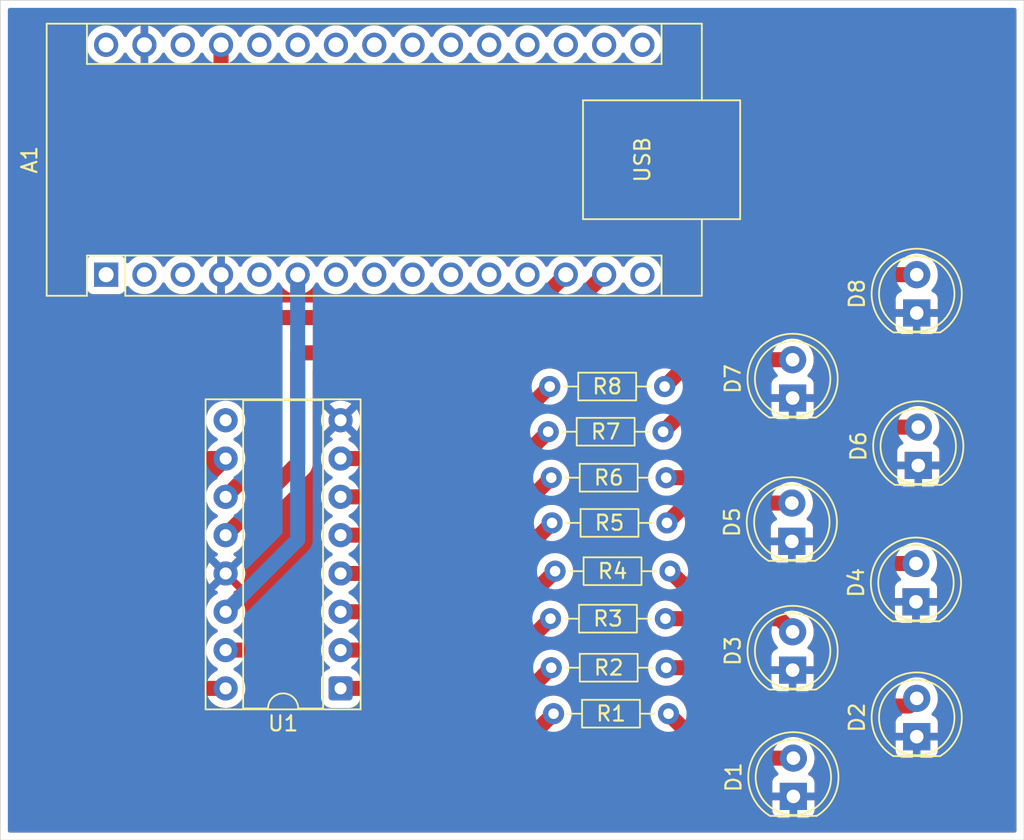
<source format=kicad_pcb>
(kicad_pcb (version 20241229) (generator "pcbnew") (generator_version "9.0")
  (layers (0 "F.Cu" signal) (2 "B.Cu" signal) (13 "F.Paste" user) (15 "B.Paste" user) (5 "F.SilkS" user "F.Silkscreen") (7 "B.SilkS" user "B.Silkscreen") (1 "F.Mask" user) (3 "B.Mask" user) (25 "Edge.Cuts" user))
  (net 0 "")
  (net 10 "GND")
  (net 12 "Net-(A1-D10)")
  (net 24 "Net-(A1-D11)")
  (net 25 "+5V")
  (net 29 "Net-(A1-D3)")
  (net 30 "Net-(D1-A)")
  (net 31 "Net-(D2-A)")
  (net 32 "Net-(D3-A)")
  (net 33 "Net-(D4-A)")
  (net 34 "Net-(D5-A)")
  (net 35 "Net-(D6-A)")
  (net 36 "Net-(D7-A)")
  (net 37 "Net-(D8-A)")
  (net 38 "Net-(U1-QA)")
  (net 39 "Net-(U1-QB)")
  (net 40 "Net-(U1-QC)")
  (net 41 "Net-(U1-QD)")
  (net 42 "Net-(U1-QE)")
  (net 43 "Net-(U1-QF)")
  (net 44 "Net-(U1-QG)")
  (net 45 "Net-(U1-QH)")
  (footprint "LED_THT:LED_D5.0mm" (layer "F.Cu") (at 160.3756 108.453 90)
    (property "Reference" "D5" (at 1.27 -3.96 90) (layer "F.SilkS"))
    (property "Value" "LED")
    (fp_line (start -1.29 -1.545) (end -1.29 1.545) (stroke (width 0.12)) (layer "F.SilkS"))
    (fp_arc (start -1.29 -1.54483) (mid 2.071779 -2.880495) (end 4.26 0) (stroke (width 0.12)) (layer "F.SilkS"))
    (fp_arc (start 4.26 0) (mid 2.071779 2.880495) (end -1.29 1.54483) (stroke (width 0.12)) (layer "F.SilkS"))
    (fp_circle (center 1.27 0) (end 3.77 0) (stroke (width 0.12)) (fill no) (layer "F.SilkS"))
    (pad "1" thru_hole rect (at 0 0 90) (size 1.8 1.8) (drill 0.9) (layers "*.Cu" "*.Mask") (net 10 "GND"))
    (pad "2" thru_hole circle (at 2.54 0 90) (size 1.8 1.8) (drill 0.9) (layers "*.Cu" "*.Mask") (net 34 "Net-(D5-A)"))
  )
  (footprint "Resistor_THT:R_Axial_DIN0204_L3.6mm_D1.6mm_P7.62mm_Horizontal" (layer "F.Cu") (at 144.4244 104.2316)
    (property "Reference" "R6" (at 3.81 0 0) (layer "F.SilkS"))
    (property "Value" "220R" (hide yes))
    (fp_line (start 0.94 0) (end 1.89 0) (stroke (width 0.12)) (layer "F.SilkS"))
    (fp_line (start 6.68 0) (end 5.73 0) (stroke (width 0.12)) (layer "F.SilkS"))
    (fp_rect (start 1.89 -0.92) (end 5.73 0.92) (stroke (width 0.12)) (fill no) (layer "F.SilkS"))
    (pad "1" thru_hole circle (at 0 0) (size 1.4 1.4) (drill 0.7) (layers "*.Cu" "*.Mask") (net 43 "Net-(U1-QF)"))
    (pad "2" thru_hole circle (at 7.62 0) (size 1.4 1.4) (drill 0.7) (layers "*.Cu" "*.Mask") (net 35 "Net-(D6-A)"))
  )
  (footprint "LED_THT:LED_D5.0mm" (layer "F.Cu") (at 160.4264 98.9484 90)
    (property "Reference" "D7" (at 1.27 -3.96 90) (layer "F.SilkS"))
    (property "Value" "LED")
    (fp_line (start -1.29 -1.545) (end -1.29 1.545) (stroke (width 0.12)) (layer "F.SilkS"))
    (fp_arc (start -1.29 -1.54483) (mid 2.071779 -2.880495) (end 4.26 0) (stroke (width 0.12)) (layer "F.SilkS"))
    (fp_arc (start 4.26 0) (mid 2.071779 2.880495) (end -1.29 1.54483) (stroke (width 0.12)) (layer "F.SilkS"))
    (fp_circle (center 1.27 0) (end 3.77 0) (stroke (width 0.12)) (fill no) (layer "F.SilkS"))
    (pad "1" thru_hole rect (at 0 0 90) (size 1.8 1.8) (drill 0.9) (layers "*.Cu" "*.Mask") (net 10 "GND"))
    (pad "2" thru_hole circle (at 2.54 0 90) (size 1.8 1.8) (drill 0.9) (layers "*.Cu" "*.Mask") (net 36 "Net-(D7-A)"))
  )
  (footprint "LED_THT:LED_D5.0mm" (layer "F.Cu") (at 160.4264 116.9874 90)
    (property "Reference" "D3" (at 1.27 -3.96 90) (layer "F.SilkS"))
    (property "Value" "LED")
    (fp_line (start -1.29 -1.545) (end -1.29 1.545) (stroke (width 0.12)) (layer "F.SilkS"))
    (fp_arc (start -1.29 -1.54483) (mid 2.071779 -2.880495) (end 4.26 0) (stroke (width 0.12)) (layer "F.SilkS"))
    (fp_arc (start 4.26 0) (mid 2.071779 2.880495) (end -1.29 1.54483) (stroke (width 0.12)) (layer "F.SilkS"))
    (fp_circle (center 1.27 0) (end 3.77 0) (stroke (width 0.12)) (fill no) (layer "F.SilkS"))
    (pad "1" thru_hole rect (at 0 0 90) (size 1.8 1.8) (drill 0.9) (layers "*.Cu" "*.Mask") (net 10 "GND"))
    (pad "2" thru_hole circle (at 2.54 0 90) (size 1.8 1.8) (drill 0.9) (layers "*.Cu" "*.Mask") (net 32 "Net-(D3-A)"))
  )
  (footprint "LED_THT:LED_D5.0mm" (layer "F.Cu") (at 160.4772 125.3644 90)
    (property "Reference" "D1" (at 1.27 -3.96 90) (layer "F.SilkS"))
    (property "Value" "LED")
    (fp_line (start -1.29 -1.545) (end -1.29 1.545) (stroke (width 0.12)) (layer "F.SilkS"))
    (fp_arc (start -1.29 -1.54483) (mid 2.071779 -2.880495) (end 4.26 0) (stroke (width 0.12)) (layer "F.SilkS"))
    (fp_arc (start 4.26 0) (mid 2.071779 2.880495) (end -1.29 1.54483) (stroke (width 0.12)) (layer "F.SilkS"))
    (fp_circle (center 1.27 0) (end 3.77 0) (stroke (width 0.12)) (fill no) (layer "F.SilkS"))
    (pad "1" thru_hole rect (at 0 0 90) (size 1.8 1.8) (drill 0.9) (layers "*.Cu" "*.Mask") (net 10 "GND"))
    (pad "2" thru_hole circle (at 2.54 0 90) (size 1.8 1.8) (drill 0.9) (layers "*.Cu" "*.Mask") (net 30 "Net-(D1-A)"))
  )
  (footprint "LED_THT:LED_D5.0mm" (layer "F.Cu") (at 168.6052 112.4612 90)
    (property "Reference" "D4" (at 1.27 -3.96 90) (layer "F.SilkS"))
    (property "Value" "LED")
    (fp_line (start -1.29 -1.545) (end -1.29 1.545) (stroke (width 0.12)) (layer "F.SilkS"))
    (fp_arc (start -1.29 -1.54483) (mid 2.071779 -2.880495) (end 4.26 0) (stroke (width 0.12)) (layer "F.SilkS"))
    (fp_arc (start 4.26 0) (mid 2.071779 2.880495) (end -1.29 1.54483) (stroke (width 0.12)) (layer "F.SilkS"))
    (fp_circle (center 1.27 0) (end 3.77 0) (stroke (width 0.12)) (fill no) (layer "F.SilkS"))
    (pad "1" thru_hole rect (at 0 0 90) (size 1.8 1.8) (drill 0.9) (layers "*.Cu" "*.Mask") (net 10 "GND"))
    (pad "2" thru_hole circle (at 2.54 0 90) (size 1.8 1.8) (drill 0.9) (layers "*.Cu" "*.Mask") (net 33 "Net-(D4-A)"))
  )
  (footprint "Resistor_THT:R_Axial_DIN0204_L3.6mm_D1.6mm_P7.62mm_Horizontal" (layer "F.Cu") (at 144.3228 98.1864)
    (property "Reference" "R8" (at 3.81 0 0) (layer "F.SilkS"))
    (property "Value" "220R" (hide yes))
    (fp_line (start 0.94 0) (end 1.89 0) (stroke (width 0.12)) (layer "F.SilkS"))
    (fp_line (start 6.68 0) (end 5.73 0) (stroke (width 0.12)) (layer "F.SilkS"))
    (fp_rect (start 1.89 -0.92) (end 5.73 0.92) (stroke (width 0.12)) (fill no) (layer "F.SilkS"))
    (pad "1" thru_hole circle (at 0 0) (size 1.4 1.4) (drill 0.7) (layers "*.Cu" "*.Mask") (net 45 "Net-(U1-QH)"))
    (pad "2" thru_hole circle (at 7.62 0) (size 1.4 1.4) (drill 0.7) (layers "*.Cu" "*.Mask") (net 37 "Net-(D8-A)"))
  )
  (footprint "Module:Arduino_Nano" (layer "F.Cu") (at 114.9096 90.7696 90)
    (property "Reference" "A1" (at 7.62 -5.08 90) (layer "F.SilkS"))
    (property "Value" "Arduino_Nano_v3.x")
    (fp_line (start 16.64 -3.94) (end -1.4 -3.94) (stroke (width 0.12)) (layer "F.SilkS"))
    (fp_line (start -1.4 -3.94) (end -1.4 -1.27) (stroke (width 0.12)) (layer "F.SilkS"))
    (fp_line (start 13.97 -1.27) (end 16.64 -1.27) (stroke (width 0.12)) (layer "F.SilkS"))
    (fp_line (start 13.97 -1.27) (end 13.97 36.83) (stroke (width 0.12)) (layer "F.SilkS"))
    (fp_line (start 1.27 -1.27) (end -1.4 -1.27) (stroke (width 0.12)) (layer "F.SilkS"))
    (fp_line (start 1.27 1.27) (end 1.27 -1.27) (stroke (width 0.12)) (layer "F.SilkS"))
    (fp_line (start 1.27 1.27) (end -1.4 1.27) (stroke (width 0.12)) (layer "F.SilkS"))
    (fp_line (start 1.27 1.27) (end 1.27 36.83) (stroke (width 0.12)) (layer "F.SilkS"))
    (fp_line (start -1.4 1.27) (end -1.4 39.5) (stroke (width 0.12)) (layer "F.SilkS"))
    (fp_line (start 11.56 31.62) (end 11.56 42.04) (stroke (width 0.12)) (layer "F.SilkS"))
    (fp_line (start 3.68 31.62) (end 11.56 31.62) (stroke (width 0.12)) (layer "F.SilkS"))
    (fp_line (start 13.97 36.83) (end 16.64 36.83) (stroke (width 0.12)) (layer "F.SilkS"))
    (fp_line (start 1.27 36.83) (end -1.4 36.83) (stroke (width 0.12)) (layer "F.SilkS"))
    (fp_line (start 16.64 39.5) (end 16.64 -3.94) (stroke (width 0.12)) (layer "F.SilkS"))
    (fp_line (start 16.64 39.5) (end 11.56 39.5) (stroke (width 0.12)) (layer "F.SilkS"))
    (fp_line (start -1.4 39.5) (end 3.68 39.5) (stroke (width 0.12)) (layer "F.SilkS"))
    (fp_line (start 11.56 42.04) (end 3.68 42.04) (stroke (width 0.12)) (layer "F.SilkS"))
    (fp_line (start 3.68 42.04) (end 3.68 31.62) (stroke (width 0.12)) (layer "F.SilkS"))
    (fp_text user "USB" (at 7.62 35.56 90) (layer "F.SilkS"))
    (pad "1" thru_hole rect (at 0 0 90) (size 1.6 1.6) (drill 1) (layers "*.Cu" "*.Mask"))
    (pad "2" thru_hole oval (at 0 2.54 90) (size 1.6 1.6) (drill 1) (layers "*.Cu" "*.Mask"))
    (pad "3" thru_hole oval (at 0 5.08 90) (size 1.6 1.6) (drill 1) (layers "*.Cu" "*.Mask"))
    (pad "4" thru_hole oval (at 0 7.62 90) (size 1.6 1.6) (drill 1) (layers "*.Cu" "*.Mask") (net 10 "GND"))
    (pad "5" thru_hole oval (at 0 10.16 90) (size 1.6 1.6) (drill 1) (layers "*.Cu" "*.Mask"))
    (pad "6" thru_hole oval (at 0 12.7 90) (size 1.6 1.6) (drill 1) (layers "*.Cu" "*.Mask") (net 29 "Net-(A1-D3)"))
    (pad "7" thru_hole oval (at 0 15.24 90) (size 1.6 1.6) (drill 1) (layers "*.Cu" "*.Mask"))
    (pad "8" thru_hole oval (at 0 17.78 90) (size 1.6 1.6) (drill 1) (layers "*.Cu" "*.Mask"))
    (pad "9" thru_hole oval (at 0 20.32 90) (size 1.6 1.6) (drill 1) (layers "*.Cu" "*.Mask"))
    (pad "10" thru_hole oval (at 0 22.86 90) (size 1.6 1.6) (drill 1) (layers "*.Cu" "*.Mask"))
    (pad "11" thru_hole oval (at 0 25.4 90) (size 1.6 1.6) (drill 1) (layers "*.Cu" "*.Mask"))
    (pad "12" thru_hole oval (at 0 27.94 90) (size 1.6 1.6) (drill 1) (layers "*.Cu" "*.Mask"))
    (pad "13" thru_hole oval (at 0 30.48 90) (size 1.6 1.6) (drill 1) (layers "*.Cu" "*.Mask") (net 12 "Net-(A1-D10)"))
    (pad "14" thru_hole oval (at 0 33.02 90) (size 1.6 1.6) (drill 1) (layers "*.Cu" "*.Mask") (net 24 "Net-(A1-D11)"))
    (pad "15" thru_hole oval (at 0 35.56 90) (size 1.6 1.6) (drill 1) (layers "*.Cu" "*.Mask"))
    (pad "16" thru_hole oval (at 15.24 35.56 90) (size 1.6 1.6) (drill 1) (layers "*.Cu" "*.Mask"))
    (pad "17" thru_hole oval (at 15.24 33.02 90) (size 1.6 1.6) (drill 1) (layers "*.Cu" "*.Mask"))
    (pad "18" thru_hole oval (at 15.24 30.48 90) (size 1.6 1.6) (drill 1) (layers "*.Cu" "*.Mask"))
    (pad "19" thru_hole oval (at 15.24 27.94 90) (size 1.6 1.6) (drill 1) (layers "*.Cu" "*.Mask"))
    (pad "20" thru_hole oval (at 15.24 25.4 90) (size 1.6 1.6) (drill 1) (layers "*.Cu" "*.Mask"))
    (pad "21" thru_hole oval (at 15.24 22.86 90) (size 1.6 1.6) (drill 1) (layers "*.Cu" "*.Mask"))
    (pad "22" thru_hole oval (at 15.24 20.32 90) (size 1.6 1.6) (drill 1) (layers "*.Cu" "*.Mask"))
    (pad "23" thru_hole oval (at 15.24 17.78 90) (size 1.6 1.6) (drill 1) (layers "*.Cu" "*.Mask"))
    (pad "24" thru_hole oval (at 15.24 15.24 90) (size 1.6 1.6) (drill 1) (layers "*.Cu" "*.Mask"))
    (pad "25" thru_hole oval (at 15.24 12.7 90) (size 1.6 1.6) (drill 1) (layers "*.Cu" "*.Mask"))
    (pad "26" thru_hole oval (at 15.24 10.16 90) (size 1.6 1.6) (drill 1) (layers "*.Cu" "*.Mask"))
    (pad "27" thru_hole oval (at 15.24 7.62 90) (size 1.6 1.6) (drill 1) (layers "*.Cu" "*.Mask") (net 25 "+5V"))
    (pad "28" thru_hole oval (at 15.24 5.08 90) (size 1.6 1.6) (drill 1) (layers "*.Cu" "*.Mask"))
    (pad "29" thru_hole oval (at 15.24 2.54 90) (size 1.6 1.6) (drill 1) (layers "*.Cu" "*.Mask") (net 10 "GND"))
    (pad "30" thru_hole oval (at 15.24 0 90) (size 1.6 1.6) (drill 1) (layers "*.Cu" "*.Mask"))
  )
  (footprint "LED_THT:LED_D5.0mm" (layer "F.Cu") (at 168.656 121.402 90)
    (property "Reference" "D2" (at 1.27 -3.96 90) (layer "F.SilkS"))
    (property "Value" "LED")
    (fp_line (start -1.29 -1.545) (end -1.29 1.545) (stroke (width 0.12)) (layer "F.SilkS"))
    (fp_arc (start -1.29 -1.54483) (mid 2.071779 -2.880495) (end 4.26 0) (stroke (width 0.12)) (layer "F.SilkS"))
    (fp_arc (start 4.26 0) (mid 2.071779 2.880495) (end -1.29 1.54483) (stroke (width 0.12)) (layer "F.SilkS"))
    (fp_circle (center 1.27 0) (end 3.77 0) (stroke (width 0.12)) (fill no) (layer "F.SilkS"))
    (pad "1" thru_hole rect (at 0 0 90) (size 1.8 1.8) (drill 0.9) (layers "*.Cu" "*.Mask") (net 10 "GND"))
    (pad "2" thru_hole circle (at 2.54 0 90) (size 1.8 1.8) (drill 0.9) (layers "*.Cu" "*.Mask") (net 31 "Net-(D2-A)"))
  )
  (footprint "Resistor_THT:R_Axial_DIN0204_L3.6mm_D1.6mm_P7.62mm_Horizontal" (layer "F.Cu") (at 144.4244 116.83)
    (property "Reference" "R2" (at 3.81 0 0) (layer "F.SilkS"))
    (property "Value" "220R" (hide yes))
    (fp_line (start 0.94 0) (end 1.89 0) (stroke (width 0.12)) (layer "F.SilkS"))
    (fp_line (start 6.68 0) (end 5.73 0) (stroke (width 0.12)) (layer "F.SilkS"))
    (fp_rect (start 1.89 -0.92) (end 5.73 0.92) (stroke (width 0.12)) (fill no) (layer "F.SilkS"))
    (pad "1" thru_hole circle (at 0 0) (size 1.4 1.4) (drill 0.7) (layers "*.Cu" "*.Mask") (net 39 "Net-(U1-QB)"))
    (pad "2" thru_hole circle (at 7.62 0) (size 1.4 1.4) (drill 0.7) (layers "*.Cu" "*.Mask") (net 31 "Net-(D2-A)"))
  )
  (footprint "Resistor_THT:R_Axial_DIN0204_L3.6mm_D1.6mm_P7.62mm_Horizontal" (layer "F.Cu") (at 144.3736 113.5788)
    (property "Reference" "R3" (at 3.81 0 0) (layer "F.SilkS"))
    (property "Value" "220R" (hide yes))
    (fp_line (start 0.94 0) (end 1.89 0) (stroke (width 0.12)) (layer "F.SilkS"))
    (fp_line (start 6.68 0) (end 5.73 0) (stroke (width 0.12)) (layer "F.SilkS"))
    (fp_rect (start 1.89 -0.92) (end 5.73 0.92) (stroke (width 0.12)) (fill no) (layer "F.SilkS"))
    (pad "1" thru_hole circle (at 0 0) (size 1.4 1.4) (drill 0.7) (layers "*.Cu" "*.Mask") (net 40 "Net-(U1-QC)"))
    (pad "2" thru_hole circle (at 7.62 0) (size 1.4 1.4) (drill 0.7) (layers "*.Cu" "*.Mask") (net 32 "Net-(D3-A)"))
  )
  (footprint "Resistor_THT:R_Axial_DIN0204_L3.6mm_D1.6mm_P7.62mm_Horizontal" (layer "F.Cu") (at 144.4752 107.2288)
    (property "Reference" "R5" (at 3.81 0 0) (layer "F.SilkS"))
    (property "Value" "220R" (hide yes))
    (fp_line (start 0.94 0) (end 1.89 0) (stroke (width 0.12)) (layer "F.SilkS"))
    (fp_line (start 6.68 0) (end 5.73 0) (stroke (width 0.12)) (layer "F.SilkS"))
    (fp_rect (start 1.89 -0.92) (end 5.73 0.92) (stroke (width 0.12)) (fill no) (layer "F.SilkS"))
    (pad "1" thru_hole circle (at 0 0) (size 1.4 1.4) (drill 0.7) (layers "*.Cu" "*.Mask") (net 42 "Net-(U1-QE)"))
    (pad "2" thru_hole circle (at 7.62 0) (size 1.4 1.4) (drill 0.7) (layers "*.Cu" "*.Mask") (net 34 "Net-(D5-A)"))
  )
  (footprint "Resistor_THT:R_Axial_DIN0204_L3.6mm_D1.6mm_P7.62mm_Horizontal" (layer "F.Cu") (at 144.2212 101.1836)
    (property "Reference" "R7" (at 3.81 0 0) (layer "F.SilkS"))
    (property "Value" "220R" (hide yes))
    (fp_line (start 0.94 0) (end 1.89 0) (stroke (width 0.12)) (layer "F.SilkS"))
    (fp_line (start 6.68 0) (end 5.73 0) (stroke (width 0.12)) (layer "F.SilkS"))
    (fp_rect (start 1.89 -0.92) (end 5.73 0.92) (stroke (width 0.12)) (fill no) (layer "F.SilkS"))
    (pad "1" thru_hole circle (at 0 0) (size 1.4 1.4) (drill 0.7) (layers "*.Cu" "*.Mask") (net 44 "Net-(U1-QG)"))
    (pad "2" thru_hole circle (at 7.62 0) (size 1.4 1.4) (drill 0.7) (layers "*.Cu" "*.Mask") (net 36 "Net-(D7-A)"))
  )
  (footprint "LED_THT:LED_D5.0mm" (layer "F.Cu") (at 168.7576 103.4188 90)
    (property "Reference" "D6" (at 1.27 -3.96 90) (layer "F.SilkS"))
    (property "Value" "LED")
    (fp_line (start -1.29 -1.545) (end -1.29 1.545) (stroke (width 0.12)) (layer "F.SilkS"))
    (fp_arc (start -1.29 -1.54483) (mid 2.071779 -2.880495) (end 4.26 0) (stroke (width 0.12)) (layer "F.SilkS"))
    (fp_arc (start 4.26 0) (mid 2.071779 2.880495) (end -1.29 1.54483) (stroke (width 0.12)) (layer "F.SilkS"))
    (fp_circle (center 1.27 0) (end 3.77 0) (stroke (width 0.12)) (fill no) (layer "F.SilkS"))
    (pad "1" thru_hole rect (at 0 0 90) (size 1.8 1.8) (drill 0.9) (layers "*.Cu" "*.Mask") (net 10 "GND"))
    (pad "2" thru_hole circle (at 2.54 0 90) (size 1.8 1.8) (drill 0.9) (layers "*.Cu" "*.Mask") (net 35 "Net-(D6-A)"))
  )
  (footprint "LED_THT:LED_D5.0mm" (layer "F.Cu") (at 168.656 93.3096 90)
    (property "Reference" "D8" (at 1.27 -3.96 90) (layer "F.SilkS"))
    (property "Value" "LED")
    (fp_line (start -1.29 -1.545) (end -1.29 1.545) (stroke (width 0.12)) (layer "F.SilkS"))
    (fp_arc (start -1.29 -1.54483) (mid 2.071779 -2.880495) (end 4.26 0) (stroke (width 0.12)) (layer "F.SilkS"))
    (fp_arc (start 4.26 0) (mid 2.071779 2.880495) (end -1.29 1.54483) (stroke (width 0.12)) (layer "F.SilkS"))
    (fp_circle (center 1.27 0) (end 3.77 0) (stroke (width 0.12)) (fill no) (layer "F.SilkS"))
    (pad "1" thru_hole rect (at 0 0 90) (size 1.8 1.8) (drill 0.9) (layers "*.Cu" "*.Mask") (net 10 "GND"))
    (pad "2" thru_hole circle (at 2.54 0 90) (size 1.8 1.8) (drill 0.9) (layers "*.Cu" "*.Mask") (net 37 "Net-(D8-A)"))
  )
  (footprint "Package_DIP:DIP-16_W7.62mm_Socket" (layer "F.Cu") (at 130.4544 118.2016 180)
    (property "Reference" "U1" (at 3.81 -2.33 0) (layer "F.SilkS"))
    (property "Value" "74HC595")
    (fp_line (start 6.46 19.11) (end 6.46 -1.33) (stroke (width 0.12)) (layer "F.SilkS"))
    (fp_line (start 6.46 -1.33) (end 4.81 -1.33) (stroke (width 0.12)) (layer "F.SilkS"))
    (fp_line (start 2.81 -1.33) (end 1.16 -1.33) (stroke (width 0.12)) (layer "F.SilkS"))
    (fp_line (start 1.16 19.11) (end 6.46 19.11) (stroke (width 0.12)) (layer "F.SilkS"))
    (fp_line (start 1.16 -1.33) (end 1.16 19.11) (stroke (width 0.12)) (layer "F.SilkS"))
    (fp_rect (start -1.33 -1.39) (end 8.95 19.17) (stroke (width 0.12)) (fill no) (layer "F.SilkS"))
    (fp_arc (start 4.81 -1.33) (mid 3.81 -0.33) (end 2.81 -1.33) (stroke (width 0.12)) (layer "F.SilkS"))
    (pad "1" thru_hole roundrect (at 0 0 180) (size 1.6 1.6) (drill 0.8) (layers "*.Cu" "*.Mask") (roundrect_rratio 0.15625) (net 39 "Net-(U1-QB)"))
    (pad "2" thru_hole circle (at 0 2.54 180) (size 1.6 1.6) (drill 0.8) (layers "*.Cu" "*.Mask") (net 40 "Net-(U1-QC)"))
    (pad "3" thru_hole circle (at 0 5.08 180) (size 1.6 1.6) (drill 0.8) (layers "*.Cu" "*.Mask") (net 41 "Net-(U1-QD)"))
    (pad "4" thru_hole circle (at 0 7.62 180) (size 1.6 1.6) (drill 0.8) (layers "*.Cu" "*.Mask") (net 42 "Net-(U1-QE)"))
    (pad "5" thru_hole circle (at 0 10.16 180) (size 1.6 1.6) (drill 0.8) (layers "*.Cu" "*.Mask") (net 43 "Net-(U1-QF)"))
    (pad "6" thru_hole circle (at 0 12.7 180) (size 1.6 1.6) (drill 0.8) (layers "*.Cu" "*.Mask") (net 44 "Net-(U1-QG)"))
    (pad "7" thru_hole circle (at 0 15.24 180) (size 1.6 1.6) (drill 0.8) (layers "*.Cu" "*.Mask") (net 45 "Net-(U1-QH)"))
    (pad "8" thru_hole circle (at 0 17.78 180) (size 1.6 1.6) (drill 0.8) (layers "*.Cu" "*.Mask") (net 10 "GND"))
    (pad "9" thru_hole circle (at 7.62 17.78 180) (size 1.6 1.6) (drill 0.8) (layers "*.Cu" "*.Mask"))
    (pad "10" thru_hole circle (at 7.62 15.24 180) (size 1.6 1.6) (drill 0.8) (layers "*.Cu" "*.Mask") (net 25 "+5V"))
    (pad "11" thru_hole circle (at 7.62 12.7 180) (size 1.6 1.6) (drill 0.8) (layers "*.Cu" "*.Mask") (net 12 "Net-(A1-D10)"))
    (pad "12" thru_hole circle (at 7.62 10.16 180) (size 1.6 1.6) (drill 0.8) (layers "*.Cu" "*.Mask") (net 24 "Net-(A1-D11)"))
    (pad "13" thru_hole circle (at 7.62 7.62 180) (size 1.6 1.6) (drill 0.8) (layers "*.Cu" "*.Mask") (net 10 "GND"))
    (pad "14" thru_hole circle (at 7.62 5.08 180) (size 1.6 1.6) (drill 0.8) (layers "*.Cu" "*.Mask") (net 29 "Net-(A1-D3)"))
    (pad "15" thru_hole circle (at 7.62 2.54 180) (size 1.6 1.6) (drill 0.8) (layers "*.Cu" "*.Mask") (net 38 "Net-(U1-QA)"))
    (pad "16" thru_hole circle (at 7.62 0 180) (size 1.6 1.6) (drill 0.8) (layers "*.Cu" "*.Mask") (net 25 "+5V"))
  )
  (footprint "Resistor_THT:R_Axial_DIN0204_L3.6mm_D1.6mm_P7.62mm_Horizontal" (layer "F.Cu") (at 144.6784 110.4292)
    (property "Reference" "R4" (at 3.81 0 0) (layer "F.SilkS"))
    (property "Value" "220R" (hide yes))
    (fp_line (start 0.94 0) (end 1.89 0) (stroke (width 0.12)) (layer "F.SilkS"))
    (fp_line (start 6.68 0) (end 5.73 0) (stroke (width 0.12)) (layer "F.SilkS"))
    (fp_rect (start 1.89 -0.92) (end 5.73 0.92) (stroke (width 0.12)) (fill no) (layer "F.SilkS"))
    (pad "1" thru_hole circle (at 0 0) (size 1.4 1.4) (drill 0.7) (layers "*.Cu" "*.Mask") (net 41 "Net-(U1-QD)"))
    (pad "2" thru_hole circle (at 7.62 0) (size 1.4 1.4) (drill 0.7) (layers "*.Cu" "*.Mask") (net 33 "Net-(D4-A)"))
  )
  (footprint "Resistor_THT:R_Axial_DIN0204_L3.6mm_D1.6mm_P7.62mm_Horizontal" (layer "F.Cu") (at 144.5768 119.878)
    (property "Reference" "R1" (at 3.81 0 0) (layer "F.SilkS"))
    (property "Value" "220R" (hide yes))
    (fp_line (start 0.94 0) (end 1.89 0) (stroke (width 0.12)) (layer "F.SilkS"))
    (fp_line (start 6.68 0) (end 5.73 0) (stroke (width 0.12)) (layer "F.SilkS"))
    (fp_rect (start 1.89 -0.92) (end 5.73 0.92) (stroke (width 0.12)) (fill no) (layer "F.SilkS"))
    (pad "1" thru_hole circle (at 0 0) (size 1.4 1.4) (drill 0.7) (layers "*.Cu" "*.Mask") (net 38 "Net-(U1-QA)"))
    (pad "2" thru_hole circle (at 7.62 0) (size 1.4 1.4) (drill 0.7) (layers "*.Cu" "*.Mask") (net 30 "Net-(D1-A)"))
  )
  (gr_rect (start 107.8992 72.5832) (end 175.768 128.26) (stroke (width 0.05)) (fill no) (layer "Edge.Cuts"))
  (segment (start 125.2728 103.0632) (end 122.8344 105.5016) (width 1) (layer "F.Cu") (net 12))
  (segment (start 145.3896 90.7696) (end 142.5448 93.6144) (width 1) (layer "F.Cu") (net 12))
  (segment (start 142.5448 93.6144) (end 125.2728 93.6144) (width 1) (layer "F.Cu") (net 12))
  (segment (start 125.2728 93.6144) (end 125.2728 103.0632) (width 1) (layer "F.Cu") (net 12))
  (segment (start 142.748 95.9512) (end 127.6096 95.9512) (width 1) (layer "F.Cu") (net 24))
  (segment (start 147.9296 90.7696) (end 142.748 95.9512) (width 1) (layer "F.Cu") (net 24))
  (segment (start 127.6096 103.2664) (end 122.8344 108.0416) (width 1) (layer "F.Cu") (net 24))
  (segment (start 127.6096 95.9512) (end 127.6096 103.2664) (width 1) (layer "F.Cu") (net 24))
  (segment (start 122.8344 118.2016) (end 121.3612 118.2016) (width 1) (layer "F.Cu") (net 25))
  (segment (start 111.9124 78.3236) (end 122.0724 78.3236) (width 1) (layer "F.Cu") (net 25))
  (segment (start 110.8964 94.5288) (end 110.8964 79.4412) (width 1) (layer "F.Cu") (net 25))
  (segment (start 118.9736 106.8224) (end 122.8344 102.9616) (width 1) (layer "F.Cu") (net 25))
  (segment (start 110.8964 79.4412) (end 110.8456 79.3904) (width 1) (layer "F.Cu") (net 25))
  (segment (start 119.3292 102.9616) (end 110.8964 94.5288) (width 1) (layer "F.Cu") (net 25))
  (segment (start 118.9736 115.814) (end 118.9736 106.8224) (width 1) (layer "F.Cu") (net 25))
  (segment (start 121.3612 118.2016) (end 118.9736 115.814) (width 1) (layer "F.Cu") (net 25))
  (segment (start 122.8344 102.9616) (end 119.3292 102.9616) (width 1) (layer "F.Cu") (net 25))
  (segment (start 122.0724 78.3236) (end 122.5296 77.8664) (width 1) (layer "F.Cu") (net 25))
  (segment (start 122.5296 77.8664) (end 122.5296 75.5296) (width 1) (layer "F.Cu") (net 25))
  (segment (start 110.8456 79.3904) (end 111.9124 78.3236) (width 1) (layer "F.Cu") (net 25))
  (segment (start 127.6096 90.7696) (end 127.6096 108.3464) (width 1) (layer "B.Cu") (net 29))
  (segment (start 127.6096 108.3464) (end 122.8344 113.1216) (width 1) (layer "B.Cu") (net 29))
  (segment (start 152.1968 119.878) (end 155.1432 122.8244) (width 1) (layer "F.Cu") (net 30))
  (segment (start 155.1432 122.8244) (end 160.4772 122.8244) (width 1) (layer "F.Cu") (net 30))
  (segment (start 155.194 116.83) (end 157.734 119.37) (width 1) (layer "F.Cu") (net 31))
  (segment (start 168.148 119.37) (end 168.656 118.862) (width 1) (layer "F.Cu") (net 31))
  (segment (start 157.734 119.37) (end 168.148 119.37) (width 1) (layer "F.Cu") (net 31))
  (segment (start 152.0444 116.83) (end 155.194 116.83) (width 1) (layer "F.Cu") (net 31))
  (segment (start 151.9936 113.5788) (end 159.5578 113.5788) (width 1) (layer "F.Cu") (net 32))
  (segment (start 159.5578 113.5788) (end 160.4264 114.4474) (width 1) (layer "F.Cu") (net 32))
  (segment (start 152.2984 110.4292) (end 153.162 111.2928) (width 1) (layer "F.Cu") (net 33))
  (segment (start 153.162 111.2928) (end 165.4556 111.2928) (width 1) (layer "F.Cu") (net 33))
  (segment (start 165.4556 111.2928) (end 166.8272 109.9212) (width 1) (layer "F.Cu") (net 33))
  (segment (start 166.8272 109.9212) (end 168.6052 109.9212) (width 1) (layer "F.Cu") (net 33))
  (segment (start 153.411 105.913) (end 160.3756 105.913) (width 1) (layer "F.Cu") (net 34))
  (segment (start 152.0952 107.2288) (end 153.411 105.913) (width 1) (layer "F.Cu") (net 34))
  (segment (start 155.0924 104.2316) (end 158.4452 100.8788) (width 1) (layer "F.Cu") (net 35))
  (segment (start 158.4452 100.8788) (end 168.7576 100.8788) (width 1) (layer "F.Cu") (net 35))
  (segment (start 152.0444 104.2316) (end 155.0924 104.2316) (width 1) (layer "F.Cu") (net 35))
  (segment (start 156.6164 96.4084) (end 160.4264 96.4084) (width 1) (layer "F.Cu") (net 36))
  (segment (start 151.8412 101.1836) (end 156.6164 96.4084) (width 1) (layer "F.Cu") (net 36))
  (segment (start 151.9428 98.1864) (end 159.3596 90.7696) (width 1) (layer "F.Cu") (net 37))
  (segment (start 159.3596 90.7696) (end 168.656 90.7696) (width 1) (layer "F.Cu") (net 37))
  (segment (start 125.0188 120.2336) (end 126.3396 121.5544) (width 1) (layer "F.Cu") (net 38))
  (segment (start 142.9004 121.5544) (end 144.5768 119.878) (width 1) (layer "F.Cu") (net 38))
  (segment (start 126.3396 121.5544) (end 142.9004 121.5544) (width 1) (layer "F.Cu") (net 38))
  (segment (start 122.8344 115.6616) (end 125.0188 115.6616) (width 1) (layer "F.Cu") (net 38))
  (segment (start 125.0188 115.6616) (end 125.0188 120.2336) (width 1) (layer "F.Cu") (net 38))
  (segment (start 130.4544 118.2016) (end 143.0528 118.2016) (width 1) (layer "F.Cu") (net 39))
  (segment (start 143.0528 118.2016) (end 144.4244 116.83) (width 1) (layer "F.Cu") (net 39))
  (segment (start 142.2908 115.6616) (end 144.3736 113.5788) (width 1) (layer "F.Cu") (net 40))
  (segment (start 130.4544 115.6616) (end 142.2908 115.6616) (width 1) (layer "F.Cu") (net 40))
  (segment (start 130.4544 113.1216) (end 141.986 113.1216) (width 1) (layer "F.Cu") (net 41))
  (segment (start 141.986 113.1216) (end 144.6784 110.4292) (width 1) (layer "F.Cu") (net 41))
  (segment (start 141.1224 110.5816) (end 144.4752 107.2288) (width 1) (layer "F.Cu") (net 42))
  (segment (start 130.4544 110.5816) (end 141.1224 110.5816) (width 1) (layer "F.Cu") (net 42))
  (segment (start 130.4544 108.0416) (end 140.6144 108.0416) (width 1) (layer "F.Cu") (net 43))
  (segment (start 140.6144 108.0416) (end 144.4244 104.2316) (width 1) (layer "F.Cu") (net 43))
  (segment (start 139.9032 105.5016) (end 144.2212 101.1836) (width 1) (layer "F.Cu") (net 44))
  (segment (start 130.4544 105.5016) (end 139.9032 105.5016) (width 1) (layer "F.Cu") (net 44))
  (segment (start 130.4544 102.9616) (end 139.5476 102.9616) (width 1) (layer "F.Cu") (net 45))
  (segment (start 139.5476 102.9616) (end 144.3228 98.1864) (width 1) (layer "F.Cu") (net 45))
  (zone (net 10) (net_name "GND") (layers "F.Cu" "B.Cu") (connect_pads (clearance 0.5)) (min_thickness 0.25) (fill yes (thermal_gap 0.5) (thermal_bridge_width 0.5))
    (polygon (pts (xy 107.8992 72.634) (xy 175.768 72.5832) (xy 175.768 128.2092) (xy 107.8992 128.26) (xy 107.8992 72.6848)))
  )
)
</source>
